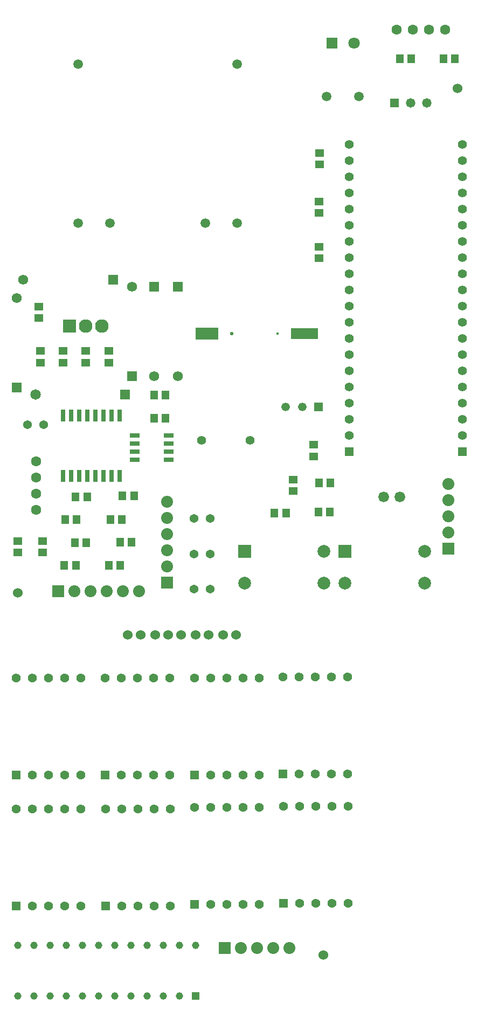
<source format=gbr>
%TF.GenerationSoftware,Altium Limited,Altium Designer,24.3.1 (35)*%
G04 Layer_Color=255*
%FSLAX25Y25*%
%MOIN*%
%TF.SameCoordinates,1C50E6C9-DA4A-4B26-87AC-B265A0C711DB*%
%TF.FilePolarity,Positive*%
%TF.FileFunction,Pads,Top*%
%TF.Part,Single*%
G01*
G75*
%TA.AperFunction,SMDPad,CuDef*%
%ADD10R,0.05709X0.04528*%
%ADD11R,0.04528X0.05709*%
%ADD12R,0.13858X0.07362*%
%ADD13R,0.17008X0.07165*%
%ADD14R,0.05906X0.02559*%
%ADD15R,0.02559X0.07579*%
%TA.AperFunction,ComponentPad*%
%ADD17R,0.04567X0.04567*%
%ADD18C,0.04567*%
%ADD19R,0.05610X0.05610*%
%ADD20C,0.05610*%
%TA.AperFunction,WasherPad*%
%ADD21C,0.06000*%
%TA.AperFunction,ComponentPad*%
%ADD22C,0.07382*%
%ADD23R,0.07382X0.07382*%
%ADD24R,0.07382X0.07382*%
%ADD25R,0.05248X0.05248*%
%ADD26C,0.05248*%
%ADD27C,0.05543*%
%ADD28C,0.05800*%
%ADD29R,0.05800X0.05800*%
%ADD30C,0.06614*%
%ADD31C,0.06319*%
%ADD32R,0.05543X0.05543*%
%ADD33R,0.07874X0.07874*%
%ADD34C,0.07874*%
%ADD35C,0.05374*%
%ADD36C,0.02284*%
%ADD37C,0.01772*%
%ADD38C,0.06201*%
%ADD39R,0.06201X0.06201*%
%ADD40R,0.06496X0.06496*%
%ADD41C,0.06496*%
%ADD42C,0.08386*%
%ADD43R,0.08386X0.08386*%
%ADD44R,0.06201X0.06201*%
%ADD45C,0.05906*%
%ADD46C,0.07087*%
%ADD47R,0.07087X0.07087*%
D10*
X55000Y411543D02*
D03*
Y404457D02*
D03*
X199500Y476043D02*
D03*
Y468957D02*
D03*
X199970Y526957D02*
D03*
Y534043D02*
D03*
X199500Y496957D02*
D03*
Y504043D02*
D03*
X196000Y346500D02*
D03*
Y353587D02*
D03*
X183500Y332000D02*
D03*
Y324913D02*
D03*
X13000Y286957D02*
D03*
Y294043D02*
D03*
X28500Y286957D02*
D03*
Y294043D02*
D03*
X41007Y411543D02*
D03*
Y404457D02*
D03*
X26099Y439000D02*
D03*
Y431913D02*
D03*
X69500Y404457D02*
D03*
Y411543D02*
D03*
X27000D02*
D03*
Y404457D02*
D03*
D11*
X256543Y592500D02*
D03*
X249457D02*
D03*
X276457D02*
D03*
X283543D02*
D03*
X76500Y279000D02*
D03*
X69413D02*
D03*
X206087Y312000D02*
D03*
X199000D02*
D03*
X206543Y330000D02*
D03*
X199457D02*
D03*
X179043Y311500D02*
D03*
X171957D02*
D03*
X77543Y307500D02*
D03*
X70457D02*
D03*
X49543D02*
D03*
X42457D02*
D03*
X55500Y292993D02*
D03*
X48413D02*
D03*
X77957Y322000D02*
D03*
X85043D02*
D03*
X83543Y293500D02*
D03*
X76457D02*
D03*
X49043Y279000D02*
D03*
X41957D02*
D03*
X48957Y321500D02*
D03*
X56043D02*
D03*
X97457Y370000D02*
D03*
X104543D02*
D03*
X97457Y384310D02*
D03*
X104543D02*
D03*
D12*
X130166Y422500D02*
D03*
D13*
X190639D02*
D03*
D14*
X85370Y359275D02*
D03*
Y354275D02*
D03*
Y349275D02*
D03*
Y344275D02*
D03*
X106630D02*
D03*
Y349275D02*
D03*
Y354275D02*
D03*
Y359275D02*
D03*
D15*
X41076Y371551D02*
D03*
X46076D02*
D03*
X51076D02*
D03*
X56076D02*
D03*
X61076D02*
D03*
X66076D02*
D03*
X71076D02*
D03*
X76076D02*
D03*
Y334449D02*
D03*
X71076D02*
D03*
X66076D02*
D03*
X61076D02*
D03*
X56076D02*
D03*
X51076D02*
D03*
X46076D02*
D03*
X41076D02*
D03*
D17*
X123000Y12740D02*
D03*
D18*
X113000D02*
D03*
X103000D02*
D03*
X93000D02*
D03*
X83000D02*
D03*
X73000D02*
D03*
X63000D02*
D03*
X53000D02*
D03*
X43000D02*
D03*
X33000D02*
D03*
X23000D02*
D03*
X13000D02*
D03*
Y44000D02*
D03*
X23000D02*
D03*
X33000D02*
D03*
X43000D02*
D03*
X53000D02*
D03*
X63000D02*
D03*
X73000D02*
D03*
X83000D02*
D03*
X93000D02*
D03*
X103000D02*
D03*
X113000D02*
D03*
X123000D02*
D03*
D19*
X12000Y68500D02*
D03*
X67500D02*
D03*
X177500Y70000D02*
D03*
X122500Y69500D02*
D03*
X177000Y150000D02*
D03*
X12000Y149500D02*
D03*
X122500D02*
D03*
X67000D02*
D03*
D20*
X22000Y68500D02*
D03*
X32000D02*
D03*
X42000D02*
D03*
X52000D02*
D03*
Y128500D02*
D03*
X42000D02*
D03*
X32000D02*
D03*
X22000D02*
D03*
X12000D02*
D03*
X77500Y68500D02*
D03*
X87500D02*
D03*
X97500D02*
D03*
X107500D02*
D03*
Y128500D02*
D03*
X97500D02*
D03*
X87500D02*
D03*
X77500D02*
D03*
X67500D02*
D03*
X187500Y70000D02*
D03*
X197500D02*
D03*
X207500D02*
D03*
X217500D02*
D03*
Y130000D02*
D03*
X207500D02*
D03*
X197500D02*
D03*
X187500D02*
D03*
X177500D02*
D03*
X132500Y69500D02*
D03*
X142500D02*
D03*
X152500D02*
D03*
X162500D02*
D03*
Y129500D02*
D03*
X152500D02*
D03*
X142500D02*
D03*
X132500D02*
D03*
X122500D02*
D03*
X187000Y150000D02*
D03*
X197000D02*
D03*
X207000D02*
D03*
X217000D02*
D03*
Y210000D02*
D03*
X207000D02*
D03*
X197000D02*
D03*
X187000D02*
D03*
X177000D02*
D03*
X22000Y149500D02*
D03*
X32000D02*
D03*
X42000D02*
D03*
X52000D02*
D03*
Y209500D02*
D03*
X42000D02*
D03*
X32000D02*
D03*
X22000D02*
D03*
X12000D02*
D03*
X132500Y149500D02*
D03*
X142500D02*
D03*
X152500D02*
D03*
X162500D02*
D03*
Y209500D02*
D03*
X152500D02*
D03*
X142500D02*
D03*
X132500D02*
D03*
X122500D02*
D03*
X77000Y149500D02*
D03*
X87000D02*
D03*
X97000D02*
D03*
X107000D02*
D03*
Y209500D02*
D03*
X97000D02*
D03*
X87000D02*
D03*
X77000D02*
D03*
X67000D02*
D03*
D21*
X140000Y236000D02*
D03*
X123000D02*
D03*
X89000D02*
D03*
X106000D02*
D03*
X81000D02*
D03*
X114000D02*
D03*
X98000D02*
D03*
X131000D02*
D03*
X148000D02*
D03*
X202000Y38000D02*
D03*
X13000Y262000D02*
D03*
X285000Y574000D02*
D03*
D22*
X181000Y42500D02*
D03*
X171000D02*
D03*
X161000D02*
D03*
X151000D02*
D03*
X279500Y329345D02*
D03*
Y319345D02*
D03*
Y309345D02*
D03*
Y299345D02*
D03*
X105500Y278500D02*
D03*
Y288500D02*
D03*
Y298500D02*
D03*
Y308500D02*
D03*
Y318500D02*
D03*
X48000Y263000D02*
D03*
X58000D02*
D03*
X68000D02*
D03*
X78000D02*
D03*
X88000D02*
D03*
D23*
X141000Y42500D02*
D03*
X38000Y263000D02*
D03*
D24*
X279500Y289345D02*
D03*
X105500Y268500D02*
D03*
D25*
X199236Y377000D02*
D03*
D26*
X189000D02*
D03*
X178764D02*
D03*
D27*
X126961Y356500D02*
D03*
X156961D02*
D03*
X218000Y439500D02*
D03*
Y449500D02*
D03*
Y429500D02*
D03*
Y419500D02*
D03*
Y409500D02*
D03*
Y399500D02*
D03*
Y389500D02*
D03*
Y379500D02*
D03*
Y369500D02*
D03*
Y359500D02*
D03*
Y459500D02*
D03*
Y469500D02*
D03*
Y479500D02*
D03*
Y489500D02*
D03*
Y499500D02*
D03*
Y509500D02*
D03*
Y519500D02*
D03*
Y529500D02*
D03*
Y539500D02*
D03*
X288000Y439500D02*
D03*
Y449500D02*
D03*
Y429500D02*
D03*
Y419500D02*
D03*
Y409500D02*
D03*
Y399500D02*
D03*
Y389500D02*
D03*
Y379500D02*
D03*
Y369500D02*
D03*
Y359500D02*
D03*
Y459500D02*
D03*
Y469500D02*
D03*
Y479500D02*
D03*
Y489500D02*
D03*
Y499500D02*
D03*
Y509500D02*
D03*
Y519500D02*
D03*
Y529500D02*
D03*
Y539500D02*
D03*
D28*
X266000Y565000D02*
D03*
X256000D02*
D03*
D29*
X246000D02*
D03*
D30*
X249500Y321500D02*
D03*
X239500D02*
D03*
D31*
X277500Y610500D02*
D03*
X267500D02*
D03*
X257500D02*
D03*
X247500D02*
D03*
X24500Y343500D02*
D03*
Y333500D02*
D03*
Y323500D02*
D03*
Y313500D02*
D03*
D32*
X218000Y349500D02*
D03*
X288000D02*
D03*
D33*
X215500Y287726D02*
D03*
X153394Y287840D02*
D03*
D34*
X264713Y287726D02*
D03*
X215500Y268041D02*
D03*
X264713D02*
D03*
X202606Y287840D02*
D03*
X153394Y268155D02*
D03*
X202606D02*
D03*
D35*
X122000Y264266D02*
D03*
X132000D02*
D03*
X122000Y308000D02*
D03*
X132000D02*
D03*
X122000Y286133D02*
D03*
X132000D02*
D03*
X19000Y366000D02*
D03*
X29000D02*
D03*
D36*
X145442Y422500D02*
D03*
D37*
X173985D02*
D03*
D38*
X112000Y396000D02*
D03*
X83810Y451500D02*
D03*
X97500Y395988D02*
D03*
X12500Y444431D02*
D03*
X16500Y455716D02*
D03*
D39*
X112000Y451512D02*
D03*
X83810Y395988D02*
D03*
X97500Y451500D02*
D03*
X12500Y388919D02*
D03*
D40*
X79512Y384700D02*
D03*
D41*
X24000D02*
D03*
D42*
X65191Y427000D02*
D03*
X55152D02*
D03*
D43*
X45112D02*
D03*
D44*
X72012Y455716D02*
D03*
D45*
X224000Y569000D02*
D03*
X204000D02*
D03*
X50500Y589000D02*
D03*
X148925D02*
D03*
Y490575D02*
D03*
X129240D02*
D03*
X70185D02*
D03*
X50500D02*
D03*
D46*
X221280Y602000D02*
D03*
D47*
X207500D02*
D03*
%TF.MD5,28b9ed452d03c312388c4e1bc4677902*%
M02*

</source>
